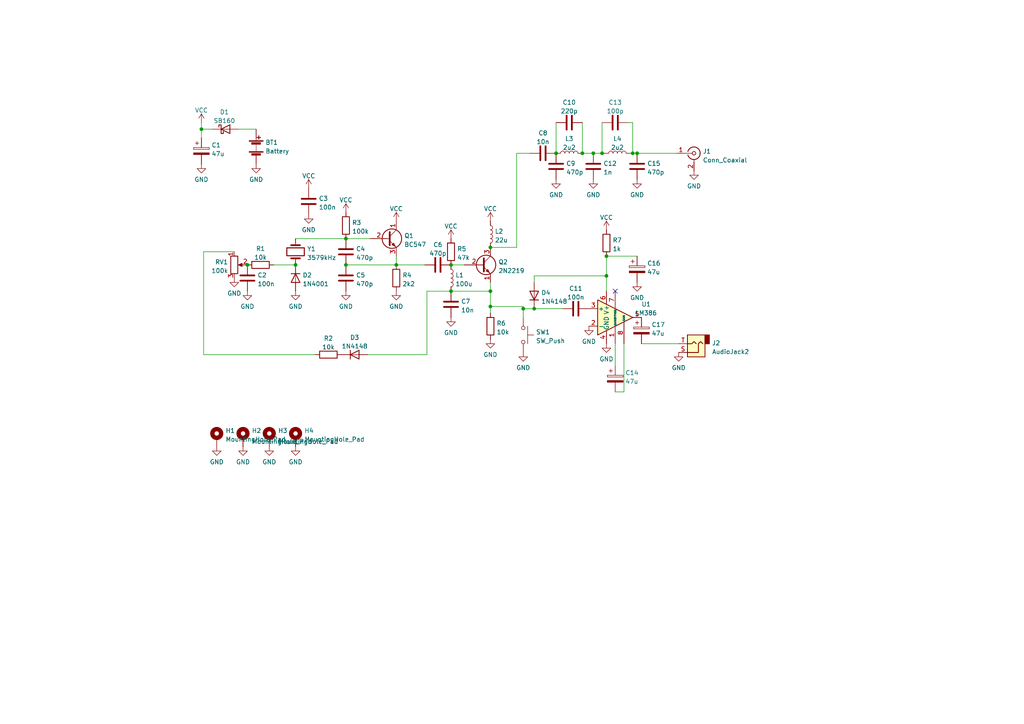
<source format=kicad_sch>
(kicad_sch (version 20211123) (generator eeschema)
  (paper "A4")
  (lib_symbols
    (symbol "Amplifier_Audio:LM386" (pin_names (offset 0.127))
      (property "Reference" "U" (at 1.27 7.62 0))
      (property "Value" "LM386" (at 1.27 5.08 0))
      (symbol "LM386_0_1"
        (polyline (pts (xy 5.08 0) (xy -5.08 5.08) (xy -5.08 -5.08) (xy 5.08 0)) (stroke (width 0.254)) (fill (type background)))
      )
      (symbol "LM386_1_1"
        (pin input line (at 0 -7.62 90) (length 5.08) (name "GAIN") (number "1"))
        (pin input line (at -7.62 -2.54 0) (length 2.54) (name "-") (number "2"))
        (pin input line (at -7.62 2.54 0) (length 2.54) (name "+") (number "3"))
        (pin power_in line (at -2.54 -7.62 90) (length 3.81) (name "GND") (number "4"))
        (pin output line (at 7.62 0 180) (length 2.54) (name "~") (number "5"))
        (pin power_in line (at -2.54 7.62 270) (length 3.81) (name "V+") (number "6"))
        (pin input line (at 0 7.62 270) (length 5.08) (name "BYPASS") (number "7"))
        (pin input line (at 2.54 -7.62 90) (length 6.35) (name "GAIN") (number "8"))
      )
    )
    (symbol "Connector:AudioJack2"
      (property "Reference" "J" (at 0 8.89 0))
      (property "Value" "AudioJack2" (at 0 6.35 0))
      (symbol "AudioJack2_0_1"
        (rectangle (start -3.81 0) (end -2.54 -2.54) (stroke (width 0.254)) (fill (type outline)))
        (rectangle (start -2.54 3.81) (end 2.54 -2.54) (stroke (width 0.254)) (fill (type background)))
        (polyline (pts (xy 0 0) (xy 0.635 -0.635) (xy 1.27 0) (xy 2.54 0)) (stroke (width 0.254)))
        (polyline (pts (xy 2.54 2.54) (xy -0.635 2.54) (xy -0.635 0) (xy -1.27 -0.635) (xy -1.905 0)) (stroke (width 0.254)))
      )
      (symbol "AudioJack2_1_1"
        (pin passive line (at 5.08 2.54 180) (length 2.54) (name "~") (number "S"))
        (pin passive line (at 5.08 0 180) (length 2.54) (name "~") (number "T"))
      )
    )
    (symbol "Connector:Conn_Coaxial" (pin_names (offset 1.016) hide)
      (property "Reference" "J" (at 0.254 3.048 0))
      (property "Value" "Conn_Coaxial" (at 2.921 0 90))
      (symbol "Conn_Coaxial_0_1"
        (arc (start -1.778 -0.508) (mid 0.2311 -1.8066) (end 1.778 0) (stroke (width 0.254)))
        (polyline (pts (xy -2.54 0) (xy -0.508 0)))
        (polyline (pts (xy 0 -2.54) (xy 0 -1.778)))
        (circle (center 0 0) (radius 0.508) (stroke (width 0.2032)))
        (arc (start 1.778 0) (mid 0.2099 1.8101) (end -1.778 0.508) (stroke (width 0.254)))
      )
      (symbol "Conn_Coaxial_1_1"
        (pin passive line (at -5.08 0 0) (length 2.54) (name "In") (number "1"))
        (pin passive line (at 0 -5.08 90) (length 2.54) (name "Ext") (number "2"))
      )
    )
    (symbol "Device:Battery" (pin_numbers hide) (pin_names (offset 0) hide)
      (property "Reference" "BT" (at 2.54 2.54 0))
      (property "Value" "Battery" (at 2.54 0 0))
      (symbol "Battery_0_1"
        (rectangle (start -2.032 -1.397) (end 2.032 -1.651) (fill (type outline)))
        (rectangle (start -2.032 1.778) (end 2.032 1.524) (fill (type outline)))
        (rectangle (start -1.3208 -1.9812) (end 1.27 -2.4892) (fill (type outline)))
        (rectangle (start -1.3208 1.1938) (end 1.27 0.6858) (fill (type outline)))
        (polyline (pts (xy 0 -1.524) (xy 0 -1.27)))
        (polyline (pts (xy 0 -1.016) (xy 0 -0.762)))
        (polyline (pts (xy 0 -0.508) (xy 0 -0.254)))
        (polyline (pts (xy 0 0) (xy 0 0.254)))
        (polyline (pts (xy 0 0.508) (xy 0 0.762)))
        (polyline (pts (xy 0 1.778) (xy 0 2.54)))
        (polyline (pts (xy 0.254 2.667) (xy 1.27 2.667)) (stroke (width 0.254)))
        (polyline (pts (xy 0.762 3.175) (xy 0.762 2.159)) (stroke (width 0.254)))
      )
      (symbol "Battery_1_1"
        (pin passive line (at 0 5.08 270) (length 2.54) (name "+") (number "1"))
        (pin passive line (at 0 -5.08 90) (length 2.54) (name "-") (number "2"))
      )
    )
    (symbol "Device:C" (pin_numbers hide) (pin_names (offset 0.254))
      (property "Reference" "C" (at 0.635 2.54 0))
      (property "Value" "C" (at 0.635 -2.54 0))
      (symbol "C_0_1"
        (polyline (pts (xy -2.032 -0.762) (xy 2.032 -0.762)) (stroke (width 0.508)))
        (polyline (pts (xy -2.032 0.762) (xy 2.032 0.762)) (stroke (width 0.508)))
      )
      (symbol "C_1_1"
        (pin passive line (at 0 3.81 270) (length 2.794) (name "~") (number "1"))
        (pin passive line (at 0 -3.81 90) (length 2.794) (name "~") (number "2"))
      )
    )
    (symbol "Device:C_Polarized" (pin_numbers hide) (pin_names (offset 0.254))
      (property "Reference" "C" (at 0.635 2.54 0))
      (property "Value" "C_Polarized" (at 0.635 -2.54 0))
      (symbol "C_Polarized_0_1"
        (rectangle (start -2.286 0.508) (end 2.286 1.016))
        (polyline (pts (xy -1.778 2.286) (xy -0.762 2.286)))
        (polyline (pts (xy -1.27 2.794) (xy -1.27 1.778)))
        (rectangle (start 2.286 -0.508) (end -2.286 -1.016) (fill (type outline)))
      )
      (symbol "C_Polarized_1_1"
        (pin passive line (at 0 3.81 270) (length 2.794) (name "~") (number "1"))
        (pin passive line (at 0 -3.81 90) (length 2.794) (name "~") (number "2"))
      )
    )
    (symbol "Device:Crystal" (pin_numbers hide) (pin_names (offset 1.016) hide)
      (property "Reference" "Y" (at 0 3.81 0))
      (property "Value" "Crystal" (at 0 -3.81 0))
      (symbol "Crystal_0_1"
        (rectangle (start -1.143 2.54) (end 1.143 -2.54) (stroke (width 0.3048)))
        (polyline (pts (xy -2.54 0) (xy -1.905 0)))
        (polyline (pts (xy -1.905 -1.27) (xy -1.905 1.27)) (stroke (width 0.508)))
        (polyline (pts (xy 1.905 -1.27) (xy 1.905 1.27)) (stroke (width 0.508)))
        (polyline (pts (xy 2.54 0) (xy 1.905 0)))
      )
      (symbol "Crystal_1_1"
        (pin passive line (at -3.81 0 0) (length 1.27) (name "1") (number "1"))
        (pin passive line (at 3.81 0 180) (length 1.27) (name "2") (number "2"))
      )
    )
    (symbol "Device:L" (pin_numbers hide) (pin_names (offset 1.016) hide)
      (property "Reference" "L" (at -1.27 0 90))
      (property "Value" "L" (at 1.905 0 90))
      (symbol "L_0_1"
        (arc (start 0 -2.54) (mid 0.635 -1.905) (end 0 -1.27))
        (arc (start 0 -1.27) (mid 0.635 -0.635) (end 0 0))
        (arc (start 0 0) (mid 0.635 0.635) (end 0 1.27))
        (arc (start 0 1.27) (mid 0.635 1.905) (end 0 2.54))
      )
      (symbol "L_1_1"
        (pin passive line (at 0 3.81 270) (length 1.27) (name "1") (number "1"))
        (pin passive line (at 0 -3.81 90) (length 1.27) (name "2") (number "2"))
      )
    )
    (symbol "Device:R" (pin_numbers hide) (pin_names (offset 0))
      (property "Reference" "R" (at 2.032 0 90))
      (property "Value" "R" (at 0 0 90))
      (symbol "R_0_1"
        (rectangle (start -1.016 -2.54) (end 1.016 2.54) (stroke (width 0.254)))
      )
      (symbol "R_1_1"
        (pin passive line (at 0 3.81 270) (length 1.27) (name "~") (number "1"))
        (pin passive line (at 0 -3.81 90) (length 1.27) (name "~") (number "2"))
      )
    )
    (symbol "Device:R_Potentiometer" (pin_names (offset 1.016) hide)
      (property "Reference" "RV" (at -4.445 0 90))
      (property "Value" "R_Potentiometer" (at -2.54 0 90))
      (symbol "R_Potentiometer_0_1"
        (polyline (pts (xy 2.54 0) (xy 1.524 0)))
        (polyline (pts (xy 1.143 0) (xy 2.286 0.508) (xy 2.286 -0.508) (xy 1.143 0)) (fill (type outline)))
        (rectangle (start 1.016 2.54) (end -1.016 -2.54) (stroke (width 0.254)))
      )
      (symbol "R_Potentiometer_1_1"
        (pin passive line (at 0 3.81 270) (length 1.27) (name "1") (number "1"))
        (pin passive line (at 3.81 0 180) (length 1.27) (name "2") (number "2"))
        (pin passive line (at 0 -3.81 90) (length 1.27) (name "3") (number "3"))
      )
    )
    (symbol "Diode:1N4001" (pin_numbers hide) (pin_names hide)
      (property "Reference" "D" (at 0 2.54 0))
      (property "Value" "1N4001" (at 0 -2.54 0))
      (symbol "1N4001_0_1"
        (polyline (pts (xy -1.27 1.27) (xy -1.27 -1.27)) (stroke (width 0.254)))
        (polyline (pts (xy 1.27 0) (xy -1.27 0)))
        (polyline (pts (xy 1.27 1.27) (xy 1.27 -1.27) (xy -1.27 0) (xy 1.27 1.27)) (stroke (width 0.254)))
      )
      (symbol "1N4001_1_1"
        (pin passive line (at -3.81 0 0) (length 2.54) (name "K") (number "1"))
        (pin passive line (at 3.81 0 180) (length 2.54) (name "A") (number "2"))
      )
    )
    (symbol "Diode:1N4148" (pin_numbers hide) (pin_names hide)
      (property "Reference" "D" (at 0 2.54 0))
      (property "Value" "1N4148" (at 0 -2.54 0))
      (symbol "1N4148_0_1"
        (polyline (pts (xy -1.27 1.27) (xy -1.27 -1.27)) (stroke (width 0.254)))
        (polyline (pts (xy 1.27 0) (xy -1.27 0)))
        (polyline (pts (xy 1.27 1.27) (xy 1.27 -1.27) (xy -1.27 0) (xy 1.27 1.27)) (stroke (width 0.254)))
      )
      (symbol "1N4148_1_1"
        (pin passive line (at -3.81 0 0) (length 2.54) (name "K") (number "1"))
        (pin passive line (at 3.81 0 180) (length 2.54) (name "A") (number "2"))
      )
    )
    (symbol "Diode:SB160" (pin_numbers hide) (pin_names (offset 1.016) hide)
      (property "Reference" "D" (at 0 2.54 0))
      (property "Value" "SB160" (at 0 -2.54 0))
      (symbol "SB160_0_1"
        (polyline (pts (xy 1.27 0) (xy -1.27 0)))
        (polyline (pts (xy 1.27 1.27) (xy 1.27 -1.27) (xy -1.27 0) (xy 1.27 1.27)) (stroke (width 0.254)))
        (polyline (pts (xy -1.905 0.635) (xy -1.905 1.27) (xy -1.27 1.27) (xy -1.27 -1.27) (xy -0.635 -1.27) (xy -0.635 -0.635)) (stroke (width 0.254)))
      )
      (symbol "SB160_1_1"
        (pin passive line (at -3.81 0 0) (length 2.54) (name "K") (number "1"))
        (pin passive line (at 3.81 0 180) (length 2.54) (name "A") (number "2"))
      )
    )
    (symbol "Mechanical:MountingHole_Pad" (pin_numbers hide) (pin_names (offset 1.016) hide)
      (property "Reference" "H" (at 0 6.35 0))
      (property "Value" "MountingHole_Pad" (at 0 4.445 0))
      (symbol "MountingHole_Pad_0_1"
        (circle (center 0 1.27) (radius 1.27) (stroke (width 1.27)))
      )
      (symbol "MountingHole_Pad_1_1"
        (pin input line (at 0 -2.54 90) (length 2.54) (name "1") (number "1"))
      )
    )
    (symbol "Switch:SW_Push" (pin_numbers hide) (pin_names (offset 1.016) hide)
      (property "Reference" "SW" (at 1.27 2.54 0))
      (property "Value" "SW_Push" (at 0 -1.524 0))
      (symbol "SW_Push_0_1"
        (circle (center -2.032 0) (radius 0.508))
        (polyline (pts (xy 0 1.27) (xy 0 3.048)))
        (polyline (pts (xy 2.54 1.27) (xy -2.54 1.27)))
        (circle (center 2.032 0) (radius 0.508))
        (pin passive line (at -5.08 0 0) (length 2.54) (name "1") (number "1"))
        (pin passive line (at 5.08 0 180) (length 2.54) (name "2") (number "2"))
      )
    )
    (symbol "Transistor_BJT:2N2219" (pin_names (offset 0) hide)
      (property "Reference" "Q" (at 5.08 1.905 0))
      (property "Value" "2N2219" (at 5.08 0 0))
      (symbol "2N2219_0_1"
        (polyline (pts (xy 0.635 0.635) (xy 2.54 2.54)))
        (polyline (pts (xy 0.635 -0.635) (xy 2.54 -2.54) (xy 2.54 -2.54)))
        (polyline (pts (xy 0.635 1.905) (xy 0.635 -1.905) (xy 0.635 -1.905)) (stroke (width 0.508)))
        (polyline (pts (xy 1.27 -1.778) (xy 1.778 -1.27) (xy 2.286 -2.286) (xy 1.27 -1.778) (xy 1.27 -1.778)) (fill (type outline)))
        (circle (center 1.27 0) (radius 2.8194) (stroke (width 0.254)))
      )
      (symbol "2N2219_1_1"
        (pin passive line (at 2.54 -5.08 90) (length 2.54) (name "E") (number "1"))
        (pin passive line (at -5.08 0 0) (length 5.715) (name "B") (number "2"))
        (pin passive line (at 2.54 5.08 270) (length 2.54) (name "C") (number "3"))
      )
    )
    (symbol "Transistor_BJT:BC547" (pin_names (offset 0) hide)
      (property "Reference" "Q" (at 5.08 1.905 0))
      (property "Value" "BC547" (at 5.08 0 0))
      (symbol "BC547_0_1"
        (polyline (pts (xy 0 0) (xy 0.635 0)))
        (polyline (pts (xy 0.635 0.635) (xy 2.54 2.54)))
        (polyline (pts (xy 0.635 -0.635) (xy 2.54 -2.54) (xy 2.54 -2.54)))
        (polyline (pts (xy 0.635 1.905) (xy 0.635 -1.905) (xy 0.635 -1.905)) (stroke (width 0.508)))
        (polyline (pts (xy 1.27 -1.778) (xy 1.778 -1.27) (xy 2.286 -2.286) (xy 1.27 -1.778) (xy 1.27 -1.778)) (fill (type outline)))
        (circle (center 1.27 0) (radius 2.8194) (stroke (width 0.254)))
      )
      (symbol "BC547_1_1"
        (pin passive line (at 2.54 5.08 270) (length 2.54) (name "C") (number "1"))
        (pin input line (at -5.08 0 0) (length 5.08) (name "B") (number "2"))
        (pin passive line (at 2.54 -5.08 90) (length 2.54) (name "E") (number "3"))
      )
    )
    (symbol "power:GND" (power) (pin_names (offset 0))
      (property "Value" "GND" (at 0 -3.81 0))
      (symbol "GND_0_1"
        (polyline (pts (xy 0 0) (xy 0 -1.27) (xy 1.27 -1.27) (xy 0 -2.54) (xy -1.27 -1.27) (xy 0 -1.27)))
      )
      (symbol "GND_1_1"
        (pin power_in line (at 0 0 270) (length 0) hide (name "GND") (number "1"))
      )
    )
    (symbol "power:VCC" (power) (pin_names (offset 0))
      (property "Value" "VCC" (at 0 3.81 0))
      (symbol "VCC_0_1"
        (polyline (pts (xy -0.762 1.27) (xy 0 2.54)))
        (polyline (pts (xy 0 0) (xy 0 2.54)))
        (polyline (pts (xy 0 2.54) (xy 0.762 1.27)))
      )
      (symbol "VCC_1_1"
        (pin power_in line (at 0 0 90) (length 0) hide (name "VCC") (number "1"))
      )
    )
  )
  (junction (at 183.515 44.45))
  (junction (at 168.91 44.45))
  (junction (at 58.42 37.465))
  (junction (at 175.895 80.01))
  (junction (at 154.94 89.535))
  (junction (at 161.29 44.45))
  (junction (at 175.895 74.295))
  (junction (at 100.33 69.215))
  (junction (at 142.24 88.9))
  (junction (at 85.725 76.835))
  (junction (at 142.24 84.455))
  (junction (at 142.24 71.755))
  (junction (at 100.33 76.835))
  (junction (at 71.755 76.835))
  (junction (at 130.81 76.835))
  (junction (at 184.785 44.45))
  (junction (at 130.81 84.455))
  (junction (at 151.765 89.535))
  (junction (at 172.085 44.45))
  (junction (at 114.935 76.835))
  (junction (at 174.625 44.45))
  (no_connect (at 178.435 84.455))
  (wire (pts (xy 168.91 44.45) (xy 172.085 44.45)))
  (wire (pts (xy 180.975 113.665) (xy 180.975 99.695)))
  (wire (pts (xy 184.785 44.45) (xy 196.215 44.45)))
  (wire (pts (xy 107.315 69.215) (xy 100.33 69.215)))
  (wire (pts (xy 130.81 76.835) (xy 134.62 76.835)))
  (wire (pts (xy 184.785 74.295) (xy 175.895 74.295)))
  (wire (pts (xy 114.935 76.835) (xy 123.19 76.835)))
  (wire (pts (xy 178.435 106.045) (xy 178.435 99.695)))
  (wire (pts (xy 142.24 88.9) (xy 142.24 84.455)))
  (wire (pts (xy 130.81 84.455) (xy 123.825 84.455)))
  (wire (pts (xy 151.765 89.535) (xy 151.765 88.9)))
  (wire (pts (xy 149.86 44.45) (xy 153.67 44.45)))
  (wire (pts (xy 178.435 113.665) (xy 180.975 113.665)))
  (wire (pts (xy 151.765 92.075) (xy 151.765 89.535)))
  (wire (pts (xy 154.94 89.535) (xy 151.765 89.535)))
  (wire (pts (xy 59.055 73.025) (xy 67.945 73.025)))
  (wire (pts (xy 182.88 44.45) (xy 183.515 44.45)))
  (wire (pts (xy 58.42 40.005) (xy 58.42 37.465)))
  (wire (pts (xy 114.935 74.295) (xy 114.935 76.835)))
  (wire (pts (xy 130.81 84.455) (xy 142.24 84.455)))
  (wire (pts (xy 183.515 44.45) (xy 184.785 44.45)))
  (wire (pts (xy 154.94 81.915) (xy 154.94 80.01)))
  (wire (pts (xy 85.725 76.835) (xy 79.375 76.835)))
  (wire (pts (xy 154.94 80.01) (xy 175.895 80.01)))
  (wire (pts (xy 175.895 80.01) (xy 175.895 84.455)))
  (wire (pts (xy 123.825 84.455) (xy 123.825 102.87)))
  (wire (pts (xy 142.24 71.755) (xy 149.86 71.755)))
  (wire (pts (xy 106.68 102.87) (xy 123.825 102.87)))
  (wire (pts (xy 196.85 99.695) (xy 186.055 99.695)))
  (wire (pts (xy 59.055 102.87) (xy 59.055 73.025)))
  (wire (pts (xy 58.42 35.56) (xy 58.42 37.465)))
  (wire (pts (xy 69.215 37.465) (xy 74.295 37.465)))
  (wire (pts (xy 182.245 35.56) (xy 183.515 35.56)))
  (wire (pts (xy 91.44 102.87) (xy 59.055 102.87)))
  (wire (pts (xy 183.515 35.56) (xy 183.515 44.45)))
  (wire (pts (xy 168.91 35.56) (xy 168.91 44.45)))
  (wire (pts (xy 154.94 89.535) (xy 163.195 89.535)))
  (wire (pts (xy 58.42 37.465) (xy 61.595 37.465)))
  (wire (pts (xy 174.625 35.56) (xy 174.625 44.45)))
  (wire (pts (xy 114.935 76.835) (xy 100.33 76.835)))
  (wire (pts (xy 149.86 71.755) (xy 149.86 44.45)))
  (wire (pts (xy 172.085 44.45) (xy 174.625 44.45)))
  (wire (pts (xy 100.33 69.215) (xy 85.725 69.215)))
  (wire (pts (xy 142.24 84.455) (xy 142.24 81.915)))
  (wire (pts (xy 161.29 35.56) (xy 161.29 44.45)))
  (wire (pts (xy 174.625 44.45) (xy 175.26 44.45)))
  (wire (pts (xy 175.895 74.295) (xy 175.895 80.01)))
  (wire (pts (xy 142.24 90.805) (xy 142.24 88.9)))
  (wire (pts (xy 151.765 88.9) (xy 142.24 88.9)))
  (symbol (lib_id "Device:L") (at 179.07 44.45 90) (unit 1)
    (property "Reference" "L4" (at 179.07 40.2422 90))
    (property "Value" "2u2" (at 179.07 42.7791 90))
    (property "Footprint" "Inductor_THT:L_Axial_L7.0mm_D3.3mm_P5.08mm_Vertical_Fastron_MICC" (effects hide))
  )
  (symbol (lib_id "power:GND") (at 170.815 94.615 0) (unit 1)
    (property "Reference" "#PWR019" (effects hide))
    (property "Value" "GND" (at 170.815 99.0584 0))
  )
  (symbol (lib_id "Mechanical:MountingHole_Pad") (at 62.865 127 0) (unit 1)
    (property "Reference" "H1" (at 65.405 124.8953 0) (effects (justify left)))
    (property "Value" "MountingHole_Pad" (at 65.405 127.4322 0) (effects (justify left)))
    (property "Footprint" "MountingHole:MountingHole_3.2mm_M3_Pad" (effects hide))
  )
  (symbol (lib_id "power:VCC") (at 89.535 54.61 0) (unit 1)
    (property "Reference" "#PWR07" (effects hide))
    (property "Value" "VCC" (at 89.535 51.0342 0))
  )
  (symbol (lib_id "Device:C_Polarized") (at 186.055 95.885 0) (unit 1)
    (property "Reference" "C17" (at 188.976 94.1613 0) (effects (justify left)))
    (property "Value" "47u" (at 188.976 96.6982 0) (effects (justify left)))
    (property "Footprint" "Capacitor_THT:CP_Radial_D5.0mm_P2.00mm" (effects hide))
  )
  (symbol (lib_id "Device:R") (at 130.81 73.025 0) (unit 1)
    (property "Reference" "R5" (at 132.588 72.1903 0) (effects (justify left)))
    (property "Value" "47k" (at 132.588 74.7272 0) (effects (justify left)))
    (property "Footprint" "Resistor_THT:R_Axial_DIN0204_L3.6mm_D1.6mm_P5.08mm_Horizontal" (effects hide))
  )
  (symbol (lib_id "power:GND") (at 58.42 47.625 0) (unit 1)
    (property "Reference" "#PWR02" (effects hide))
    (property "Value" "GND" (at 58.42 52.0684 0))
  )
  (symbol (lib_id "Diode:1N4148") (at 154.94 85.725 90) (unit 1)
    (property "Reference" "D4" (at 156.972 84.8903 90) (effects (justify right)))
    (property "Value" "1N4148" (at 156.972 87.4272 90) (effects (justify right)))
    (property "Footprint" "Diode_THT:D_DO-35_SOD27_P7.62mm_Horizontal" (effects hide))
    (property "Datasheet" "https://assets.nexperia.com/documents/data-sheet/1N4148_1N4448.pdf" (effects hide))
  )
  (symbol (lib_id "Transistor_BJT:2N2219") (at 139.7 76.835 0) (unit 1)
    (property "Reference" "Q2" (at 144.5514 76.0003 0) (effects (justify left)))
    (property "Value" "2N2219" (at 144.5514 78.5372 0) (effects (justify left)))
    (property "Footprint" "Package_TO_SOT_THT:TO-39-3" (effects hide))
    (property "Datasheet" "http://www.onsemi.com/pub_link/Collateral/2N2219-D.PDF" (effects hide))
  )
  (symbol (lib_id "power:GND") (at 172.085 52.07 0) (unit 1)
    (property "Reference" "#PWR020" (effects hide))
    (property "Value" "GND" (at 172.085 56.5134 0))
  )
  (symbol (lib_id "power:VCC") (at 142.24 64.135 0) (unit 1)
    (property "Reference" "#PWR015" (effects hide))
    (property "Value" "VCC" (at 142.24 60.5592 0))
  )
  (symbol (lib_id "Device:R_Potentiometer") (at 67.945 76.835 0) (unit 1)
    (property "Reference" "RV1" (at 66.1671 76.0003 0) (effects (justify right)))
    (property "Value" "100k" (at 66.1671 78.5372 0) (effects (justify right)))
    (property "Footprint" "Potentiometer_THT:Potentiometer_Piher_PT-6-V_Vertical" (effects hide))
  )
  (symbol (lib_id "power:GND") (at 130.81 92.075 0) (unit 1)
    (property "Reference" "#PWR014" (effects hide))
    (property "Value" "GND" (at 130.81 96.5184 0))
  )
  (symbol (lib_id "power:GND") (at 151.765 102.235 0) (unit 1)
    (property "Reference" "#PWR017" (effects hide))
    (property "Value" "GND" (at 151.765 106.6784 0))
  )
  (symbol (lib_id "Device:R") (at 142.24 94.615 0) (unit 1)
    (property "Reference" "R6" (at 144.018 93.7803 0) (effects (justify left)))
    (property "Value" "10k" (at 144.018 96.3172 0) (effects (justify left)))
    (property "Footprint" "Resistor_THT:R_Axial_DIN0204_L3.6mm_D1.6mm_P5.08mm_Horizontal" (effects hide))
  )
  (symbol (lib_id "Device:C") (at 161.29 48.26 0) (unit 1)
    (property "Reference" "C9" (at 164.211 47.4253 0) (effects (justify left)))
    (property "Value" "470p" (at 164.211 49.9622 0) (effects (justify left)))
    (property "Footprint" "Capacitor_THT:C_Disc_D3.8mm_W2.6mm_P2.50mm" (effects hide))
  )
  (symbol (lib_id "Connector:AudioJack2") (at 201.93 99.695 180) (unit 1)
    (property "Reference" "J2" (at 206.502 99.4953 0) (effects (justify right)))
    (property "Value" "AudioJack2" (at 206.502 102.0322 0) (effects (justify right)))
    (property "Footprint" "Connector_Audio:Jack_3.5mm_Ledino_KB3SPRS_Horizontal" (effects hide))
  )
  (symbol (lib_id "power:GND") (at 114.935 84.455 0) (unit 1)
    (property "Reference" "#PWR012" (effects hide))
    (property "Value" "GND" (at 114.935 88.8984 0))
  )
  (symbol (lib_id "power:GND") (at 70.485 129.54 0) (unit 1)
    (property "Reference" "#PWR0102" (effects hide))
    (property "Value" "GND" (at 70.485 133.9834 0))
  )
  (symbol (lib_id "power:GND") (at 175.895 99.695 0) (unit 1)
    (property "Reference" "#PWR022" (effects hide))
    (property "Value" "GND" (at 175.895 104.1384 0))
  )
  (symbol (lib_id "Device:R") (at 114.935 80.645 0) (unit 1)
    (property "Reference" "R4" (at 116.713 79.8103 0) (effects (justify left)))
    (property "Value" "2k2" (at 116.713 82.3472 0) (effects (justify left)))
    (property "Footprint" "Resistor_THT:R_Axial_DIN0204_L3.6mm_D1.6mm_P5.08mm_Horizontal" (effects hide))
  )
  (symbol (lib_id "Device:Crystal") (at 85.725 73.025 90) (unit 1)
    (property "Reference" "Y1" (at 89.0524 72.1903 90) (effects (justify right)))
    (property "Value" "3579kHz" (at 89.0524 74.7272 90) (effects (justify right)))
    (property "Footprint" "Crystal:Crystal_HC49-U_Vertical" (effects hide))
  )
  (symbol (lib_id "power:GND") (at 142.24 98.425 0) (unit 1)
    (property "Reference" "#PWR016" (effects hide))
    (property "Value" "GND" (at 142.24 102.8684 0))
  )
  (symbol (lib_id "power:GND") (at 184.785 52.07 0) (unit 1)
    (property "Reference" "#PWR023" (effects hide))
    (property "Value" "GND" (at 184.785 56.5134 0))
  )
  (symbol (lib_id "Device:R") (at 175.895 70.485 0) (unit 1)
    (property "Reference" "R7" (at 177.673 69.6503 0) (effects (justify left)))
    (property "Value" "1k" (at 177.673 72.1872 0) (effects (justify left)))
    (property "Footprint" "Resistor_THT:R_Axial_DIN0204_L3.6mm_D1.6mm_P5.08mm_Horizontal" (effects hide))
  )
  (symbol (lib_id "Diode:1N4148") (at 102.87 102.87 0) (unit 1)
    (property "Reference" "D3" (at 102.87 97.9002 0))
    (property "Value" "1N4148" (at 102.87 100.4371 0))
    (property "Footprint" "Diode_THT:D_DO-35_SOD27_P2.54mm_Vertical_KathodeUp" (effects hide))
    (property "Datasheet" "https://assets.nexperia.com/documents/data-sheet/1N4148_1N4448.pdf" (effects hide))
  )
  (symbol (lib_id "Switch:SW_Push") (at 151.765 97.155 270) (unit 1)
    (property "Reference" "SW1" (at 155.448 96.3203 90) (effects (justify left)))
    (property "Value" "SW_Push" (at 155.448 98.8572 90) (effects (justify left)))
    (property "Footprint" "Button_Switch_THT:SW_PUSH_6mm_H9.5mm" (effects hide))
  )
  (symbol (lib_id "power:GND") (at 85.725 84.455 0) (unit 1)
    (property "Reference" "#PWR06" (effects hide))
    (property "Value" "GND" (at 85.725 88.8984 0))
  )
  (symbol (lib_id "Device:C") (at 178.435 35.56 90) (unit 1)
    (property "Reference" "C13" (at 178.435 29.7012 90))
    (property "Value" "100p" (at 178.435 32.2381 90))
    (property "Footprint" "Capacitor_THT:C_Disc_D5.0mm_W2.5mm_P2.50mm" (effects hide))
  )
  (symbol (lib_id "power:GND") (at 184.785 81.915 0) (unit 1)
    (property "Reference" "#PWR024" (effects hide))
    (property "Value" "GND" (at 184.785 86.3584 0))
  )
  (symbol (lib_id "power:GND") (at 67.945 80.645 0) (unit 1)
    (property "Reference" "#PWR03" (effects hide))
    (property "Value" "GND" (at 67.945 85.0884 0))
  )
  (symbol (lib_id "Device:L") (at 142.24 67.945 0) (unit 1)
    (property "Reference" "L2" (at 143.51 67.1103 0) (effects (justify left)))
    (property "Value" "22u" (at 143.51 69.6472 0) (effects (justify left)))
    (property "Footprint" "Inductor_THT:L_Axial_L7.0mm_D3.3mm_P10.16mm_Horizontal_Fastron_MICC" (effects hide))
  )
  (symbol (lib_id "Diode:SB160") (at 65.405 37.465 0) (unit 1)
    (property "Reference" "D1" (at 65.0875 32.4952 0))
    (property "Value" "SB160" (at 65.0875 35.0321 0))
    (property "Footprint" "Diode_THT:D_DO-41_SOD81_P5.08mm_Vertical_KathodeUp" (effects hide))
    (property "Datasheet" "http://www.diodes.com/_files/datasheets/ds23022.pdf" (effects hide))
  )
  (symbol (lib_id "power:VCC") (at 130.81 69.215 0) (unit 1)
    (property "Reference" "#PWR013" (effects hide))
    (property "Value" "VCC" (at 130.81 65.6392 0))
  )
  (symbol (lib_id "Device:C") (at 157.48 44.45 90) (unit 1)
    (property "Reference" "C8" (at 157.48 38.5912 90))
    (property "Value" "10n" (at 157.48 41.1281 90))
    (property "Footprint" "Capacitor_THT:C_Disc_D3.8mm_W2.6mm_P2.50mm" (effects hide))
  )
  (symbol (lib_id "power:GND") (at 100.33 84.455 0) (unit 1)
    (property "Reference" "#PWR010" (effects hide))
    (property "Value" "GND" (at 100.33 88.8984 0))
  )
  (symbol (lib_id "power:GND") (at 89.535 62.23 0) (unit 1)
    (property "Reference" "#PWR08" (effects hide))
    (property "Value" "GND" (at 89.535 66.6734 0))
  )
  (symbol (lib_id "Transistor_BJT:BC547") (at 112.395 69.215 0) (unit 1)
    (property "Reference" "Q1" (at 117.2464 68.3803 0) (effects (justify left)))
    (property "Value" "BC547" (at 117.2464 70.9172 0) (effects (justify left)))
    (property "Footprint" "Package_TO_SOT_THT:TO-92_Inline" (effects hide))
    (property "Datasheet" "https://www.onsemi.com/pub/Collateral/BC550-D.pdf" (effects hide))
  )
  (symbol (lib_id "power:GND") (at 161.29 52.07 0) (unit 1)
    (property "Reference" "#PWR018" (effects hide))
    (property "Value" "GND" (at 161.29 56.5134 0))
  )
  (symbol (lib_id "Device:C") (at 100.33 80.645 0) (unit 1)
    (property "Reference" "C5" (at 103.251 79.8103 0) (effects (justify left)))
    (property "Value" "470p" (at 103.251 82.3472 0) (effects (justify left)))
    (property "Footprint" "Capacitor_THT:C_Disc_D3.8mm_W2.6mm_P2.50mm" (effects hide))
  )
  (symbol (lib_id "Device:L") (at 165.1 44.45 90) (unit 1)
    (property "Reference" "L3" (at 165.1 40.2422 90))
    (property "Value" "2u2" (at 165.1 42.7791 90))
    (property "Footprint" "Inductor_THT:L_Axial_L7.0mm_D3.3mm_P10.16mm_Horizontal_Fastron_MICC" (effects hide))
  )
  (symbol (lib_id "Mechanical:MountingHole_Pad") (at 78.105 127 0) (unit 1)
    (property "Reference" "H3" (at 80.645 124.8953 0) (effects (justify left)))
    (property "Value" "MountingHole_Pad" (at 80.645 128.0672 0) (effects (justify left)))
    (property "Footprint" "MountingHole:MountingHole_3.2mm_M3_Pad" (effects hide))
  )
  (symbol (lib_id "Connector:Conn_Coaxial") (at 201.295 44.45 0) (unit 1)
    (property "Reference" "J1" (at 203.835 43.9085 0) (effects (justify left)))
    (property "Value" "Conn_Coaxial" (at 203.835 46.4454 0) (effects (justify left)))
    (property "Footprint" "MountingHole:MountingHole_4.3mm_M4_Pad" (effects hide))
    (property "Datasheet" " ~" (effects hide))
  )
  (symbol (lib_id "power:VCC") (at 100.33 61.595 0) (unit 1)
    (property "Reference" "#PWR09" (effects hide))
    (property "Value" "VCC" (at 100.33 58.0192 0))
  )
  (symbol (lib_id "power:VCC") (at 175.895 66.675 0) (unit 1)
    (property "Reference" "#PWR021" (effects hide))
    (property "Value" "VCC" (at 175.895 63.0992 0))
  )
  (symbol (lib_id "Diode:1N4001") (at 85.725 80.645 270) (unit 1)
    (property "Reference" "D2" (at 87.757 79.8103 90) (effects (justify left)))
    (property "Value" "1N4001" (at 87.757 82.3472 90) (effects (justify left)))
    (property "Footprint" "Diode_THT:D_DO-41_SOD81_P5.08mm_Vertical_KathodeUp" (effects hide))
    (property "Datasheet" "http://www.vishay.com/docs/88503/1n4001.pdf" (effects hide))
  )
  (symbol (lib_id "Device:C") (at 184.785 48.26 0) (unit 1)
    (property "Reference" "C15" (at 187.706 47.4253 0) (effects (justify left)))
    (property "Value" "470p" (at 187.706 49.9622 0) (effects (justify left)))
    (property "Footprint" "Capacitor_THT:C_Disc_D3.8mm_W2.6mm_P2.50mm" (effects hide))
  )
  (symbol (lib_id "power:GND") (at 71.755 84.455 0) (unit 1)
    (property "Reference" "#PWR04" (effects hide))
    (property "Value" "GND" (at 71.755 88.8984 0))
  )
  (symbol (lib_id "Device:C") (at 167.005 89.535 90) (unit 1)
    (property "Reference" "C11" (at 167.005 83.6762 90))
    (property "Value" "100n" (at 167.005 86.2131 90))
    (property "Footprint" "Capacitor_THT:C_Disc_D5.0mm_W2.5mm_P2.50mm" (effects hide))
  )
  (symbol (lib_id "power:GND") (at 201.295 49.53 0) (unit 1)
    (property "Reference" "#PWR026" (effects hide))
    (property "Value" "GND" (at 201.295 53.9734 0))
  )
  (symbol (lib_id "Device:C_Polarized") (at 178.435 109.855 0) (unit 1)
    (property "Reference" "C14" (at 181.356 108.1313 0) (effects (justify left)))
    (property "Value" "47u" (at 181.356 110.6682 0) (effects (justify left)))
    (property "Footprint" "Capacitor_THT:CP_Radial_D5.0mm_P2.00mm" (effects hide))
  )
  (symbol (lib_id "Amplifier_Audio:LM386") (at 178.435 92.075 0) (unit 1)
    (property "Reference" "U1" (at 187.4104 88.2483 0))
    (property "Value" "LM386" (at 187.4104 90.7852 0))
    (property "Footprint" "Package_DIP:DIP-8_W7.62mm_LongPads" (effects hide))
    (property "Datasheet" "http://www.ti.com/lit/ds/symlink/lm386.pdf" (effects hide))
  )
  (symbol (lib_id "Device:C") (at 127 76.835 90) (unit 1)
    (property "Reference" "C6" (at 127 70.9762 90))
    (property "Value" "470p" (at 127 73.5131 90))
    (property "Footprint" "Capacitor_THT:C_Disc_D3.8mm_W2.6mm_P2.50mm" (effects hide))
  )
  (symbol (lib_id "Device:C") (at 130.81 88.265 0) (unit 1)
    (property "Reference" "C7" (at 133.731 87.4303 0) (effects (justify left)))
    (property "Value" "10n" (at 133.731 89.9672 0) (effects (justify left)))
    (property "Footprint" "Capacitor_THT:C_Disc_D3.8mm_W2.6mm_P2.50mm" (effects hide))
  )
  (symbol (lib_id "Mechanical:MountingHole_Pad") (at 85.725 127 0) (unit 1)
    (property "Reference" "H4" (at 88.265 124.8953 0) (effects (justify left)))
    (property "Value" "MountingHole_Pad" (at 88.265 127.4322 0) (effects (justify left)))
    (property "Footprint" "MountingHole:MountingHole_3.2mm_M3_Pad" (effects hide))
  )
  (symbol (lib_id "power:VCC") (at 58.42 35.56 0) (unit 1)
    (property "Reference" "#PWR01" (effects hide))
    (property "Value" "VCC" (at 58.42 31.9842 0))
  )
  (symbol (lib_id "power:GND") (at 62.865 129.54 0) (unit 1)
    (property "Reference" "#PWR0101" (effects hide))
    (property "Value" "GND" (at 62.865 133.9834 0))
  )
  (symbol (lib_id "power:GND") (at 196.85 102.235 0) (unit 1)
    (property "Reference" "#PWR025" (effects hide))
    (property "Value" "GND" (at 196.85 106.6784 0))
  )
  (symbol (lib_id "Device:Battery") (at 74.295 42.545 0) (unit 1)
    (property "Reference" "BT1" (at 76.962 41.3293 0) (effects (justify left)))
    (property "Value" "Battery" (at 76.962 43.8662 0) (effects (justify left)))
    (property "Footprint" "Connector_BarrelJack:BarrelJack_GCT_DCJ200-10-A_Horizontal" (effects hide))
  )
  (symbol (lib_id "Device:L") (at 130.81 80.645 0) (unit 1)
    (property "Reference" "L1" (at 132.08 79.8103 0) (effects (justify left)))
    (property "Value" "100u" (at 132.08 82.3472 0) (effects (justify left)))
    (property "Footprint" "Inductor_THT:L_Axial_L7.0mm_D3.3mm_P5.08mm_Vertical_Fastron_MICC" (effects hide))
  )
  (symbol (lib_id "Device:R") (at 75.565 76.835 90) (unit 1)
    (property "Reference" "R1" (at 75.565 72.1192 90))
    (property "Value" "10k" (at 75.565 74.6561 90))
    (property "Footprint" "Resistor_THT:R_Axial_DIN0204_L3.6mm_D1.6mm_P2.54mm_Vertical" (effects hide))
  )
  (symbol (lib_id "Device:C") (at 100.33 73.025 0) (unit 1)
    (property "Reference" "C4" (at 103.251 72.1903 0) (effects (justify left)))
    (property "Value" "470p" (at 103.251 74.7272 0) (effects (justify left)))
    (property "Footprint" "Capacitor_THT:C_Disc_D3.8mm_W2.6mm_P2.50mm" (effects hide))
  )
  (symbol (lib_id "power:GND") (at 78.105 129.54 0) (unit 1)
    (property "Reference" "#PWR0103" (effects hide))
    (property "Value" "GND" (at 78.105 133.9834 0))
  )
  (symbol (lib_id "Device:C_Polarized") (at 184.785 78.105 0) (unit 1)
    (property "Reference" "C16" (at 187.706 76.3813 0) (effects (justify left)))
    (property "Value" "47u" (at 187.706 78.9182 0) (effects (justify left)))
    (property "Footprint" "Capacitor_THT:CP_Radial_D5.0mm_P2.00mm" (effects hide))
  )
  (symbol (lib_id "power:GND") (at 85.725 129.54 0) (unit 1)
    (property "Reference" "#PWR0104" (effects hide))
    (property "Value" "GND" (at 85.725 133.9834 0))
  )
  (symbol (lib_id "Device:C") (at 71.755 80.645 0) (unit 1)
    (property "Reference" "C2" (at 74.676 79.8103 0) (effects (justify left)))
    (property "Value" "100n" (at 74.676 82.3472 0) (effects (justify left)))
    (property "Footprint" "Capacitor_THT:C_Disc_D5.0mm_W2.5mm_P2.50mm" (effects hide))
  )
  (symbol (lib_id "Device:C") (at 89.535 58.42 0) (unit 1)
    (property "Reference" "C3" (at 92.456 57.5853 0) (effects (justify left)))
    (property "Value" "100n" (at 92.456 60.1222 0) (effects (justify left)))
    (property "Footprint" "Capacitor_THT:C_Disc_D5.0mm_W2.5mm_P2.50mm" (effects hide))
  )
  (symbol (lib_id "power:GND") (at 74.295 47.625 0) (unit 1)
    (property "Reference" "#PWR05" (effects hide))
    (property "Value" "GND" (at 74.295 52.0684 0))
  )
  (symbol (lib_id "Device:C_Polarized") (at 58.42 43.815 0) (unit 1)
    (property "Reference" "C1" (at 61.341 42.0913 0) (effects (justify left)))
    (property "Value" "47u" (at 61.341 44.6282 0) (effects (justify left)))
    (property "Footprint" "Capacitor_THT:CP_Radial_D5.0mm_P2.00mm" (effects hide))
  )
  (symbol (lib_id "power:VCC") (at 114.935 64.135 0) (unit 1)
    (property "Reference" "#PWR011" (effects hide))
    (property "Value" "VCC" (at 114.935 60.5592 0))
  )
  (symbol (lib_id "Device:C") (at 165.1 35.56 90) (unit 1)
    (property "Reference" "C10" (at 165.1 29.7012 90))
    (property "Value" "220p" (at 165.1 32.2381 90))
    (property "Footprint" "Capacitor_THT:C_Disc_D5.0mm_W2.5mm_P2.50mm" (effects hide))
  )
  (symbol (lib_id "Mechanical:MountingHole_Pad") (at 70.485 127 0) (unit 1)
    (property "Reference" "H2" (at 73.025 124.8953 0) (effects (justify left)))
    (property "Value" "MountingHole_Pad" (at 73.025 128.0672 0) (effects (justify left)))
    (property "Footprint" "MountingHole:MountingHole_3.2mm_M3_Pad" (effects hide))
  )
  (symbol (lib_id "Device:R") (at 95.25 102.87 90) (unit 1)
    (property "Reference" "R2" (at 95.25 98.1542 90))
    (property "Value" "10k" (at 95.25 100.6911 90))
    (property "Footprint" "Resistor_THT:R_Axial_DIN0204_L3.6mm_D1.6mm_P5.08mm_Horizontal" (effects hide))
  )
  (symbol (lib_id "Device:R") (at 100.33 65.405 0) (unit 1)
    (property "Reference" "R3" (at 102.108 64.5703 0) (effects (justify left)))
    (property "Value" "100k" (at 102.108 67.1072 0) (effects (justify left)))
    (property "Footprint" "Resistor_THT:R_Axial_DIN0204_L3.6mm_D1.6mm_P2.54mm_Vertical" (effects hide))
  )
  (symbol (lib_id "Device:C") (at 172.085 48.26 0) (unit 1)
    (property "Reference" "C12" (at 175.006 47.4253 0) (effects (justify left)))
    (property "Value" "1n" (at 175.006 49.9622 0) (effects (justify left)))
    (property "Footprint" "Capacitor_THT:C_Rect_L4.0mm_W2.5mm_P2.50mm" (effects hide))
  )
)
</source>
